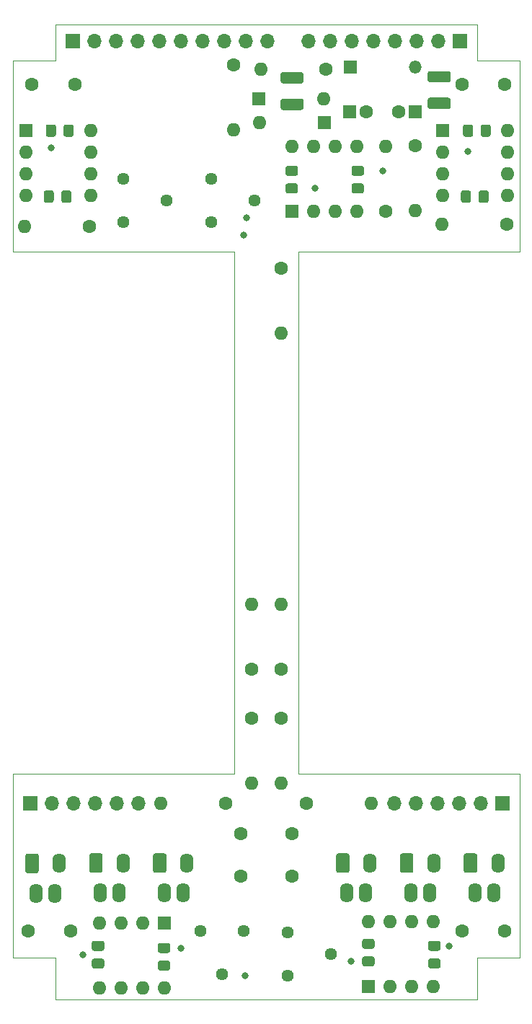
<source format=gbr>
%TF.GenerationSoftware,KiCad,Pcbnew,(5.1.7)-1*%
%TF.CreationDate,2021-10-21T20:27:42-07:00*%
%TF.ProjectId,AnalogBoard_Rev2,416e616c-6f67-4426-9f61-72645f526576,rev?*%
%TF.SameCoordinates,Original*%
%TF.FileFunction,Soldermask,Bot*%
%TF.FilePolarity,Negative*%
%FSLAX46Y46*%
G04 Gerber Fmt 4.6, Leading zero omitted, Abs format (unit mm)*
G04 Created by KiCad (PCBNEW (5.1.7)-1) date 2021-10-21 20:27:42*
%MOMM*%
%LPD*%
G01*
G04 APERTURE LIST*
%TA.AperFunction,Profile*%
%ADD10C,0.050000*%
%TD*%
%ADD11C,1.440000*%
%ADD12O,1.700000X1.700000*%
%ADD13R,1.700000X1.700000*%
%ADD14O,1.570000X2.290000*%
%ADD15O,1.600000X1.600000*%
%ADD16R,1.600000X1.600000*%
%ADD17C,1.600000*%
%ADD18O,1.500000X1.500000*%
%ADD19R,1.500000X1.500000*%
%ADD20C,0.800000*%
G04 APERTURE END LIST*
D10*
X143250000Y-148100000D02*
X148250000Y-148100000D01*
X143250000Y-153000000D02*
X143250000Y-148100000D01*
X93750000Y-148100000D02*
X88750000Y-148100000D01*
X93750000Y-153000000D02*
X93750000Y-148100000D01*
X143250000Y-42750000D02*
X143250000Y-38500000D01*
X148250000Y-42750000D02*
X143250000Y-42750000D01*
X93750000Y-42750000D02*
X93750000Y-38500000D01*
X88750000Y-42750000D02*
X93750000Y-42750000D01*
X148250000Y-148100000D02*
X148250000Y-126500000D01*
X88750000Y-148100000D02*
X88750000Y-126500000D01*
X122250000Y-126500000D02*
X148250000Y-126500000D01*
X122250000Y-65250000D02*
X148250000Y-65250000D01*
X88750000Y-126500000D02*
X114750000Y-126500000D01*
X88750000Y-65250000D02*
X114750000Y-65250000D01*
X114750000Y-126500000D02*
X114750000Y-65250000D01*
X122250000Y-126500000D02*
X122250000Y-65250000D01*
X148250000Y-42750000D02*
X148250000Y-65250000D01*
X88750000Y-65250000D02*
X88750000Y-42750000D01*
X143250000Y-153000000D02*
X93750000Y-153000000D01*
X93750000Y-38500000D02*
X143250000Y-38500000D01*
D11*
%TO.C,RV4*%
X112014000Y-61722000D03*
X117094000Y-59182000D03*
X112014000Y-56642000D03*
%TD*%
%TO.C,RV3*%
X101727000Y-61722000D03*
X106807000Y-59182000D03*
X101727000Y-56642000D03*
%TD*%
%TO.C,RV2*%
X121000000Y-150250000D03*
X126080000Y-147710000D03*
X121000000Y-145170000D03*
%TD*%
%TO.C,RV1*%
X110750000Y-145000000D03*
X113290000Y-150080000D03*
X115830000Y-145000000D03*
%TD*%
D12*
%TO.C,J4*%
X123470000Y-40500000D03*
X126010000Y-40500000D03*
X128550000Y-40500000D03*
X131090000Y-40500000D03*
X133630000Y-40500000D03*
X136170000Y-40500000D03*
X138710000Y-40500000D03*
D13*
X141250000Y-40500000D03*
%TD*%
%TO.C,C20*%
G36*
G01*
X139911001Y-45328000D02*
X137710999Y-45328000D01*
G75*
G02*
X137461000Y-45078001I0J249999D01*
G01*
X137461000Y-44252999D01*
G75*
G02*
X137710999Y-44003000I249999J0D01*
G01*
X139911001Y-44003000D01*
G75*
G02*
X140161000Y-44252999I0J-249999D01*
G01*
X140161000Y-45078001D01*
G75*
G02*
X139911001Y-45328000I-249999J0D01*
G01*
G37*
G36*
G01*
X139911001Y-48453000D02*
X137710999Y-48453000D01*
G75*
G02*
X137461000Y-48203001I0J249999D01*
G01*
X137461000Y-47377999D01*
G75*
G02*
X137710999Y-47128000I249999J0D01*
G01*
X139911001Y-47128000D01*
G75*
G02*
X140161000Y-47377999I0J-249999D01*
G01*
X140161000Y-48203001D01*
G75*
G02*
X139911001Y-48453000I-249999J0D01*
G01*
G37*
%TD*%
%TO.C,C19*%
G36*
G01*
X122639001Y-45455000D02*
X120438999Y-45455000D01*
G75*
G02*
X120189000Y-45205001I0J249999D01*
G01*
X120189000Y-44379999D01*
G75*
G02*
X120438999Y-44130000I249999J0D01*
G01*
X122639001Y-44130000D01*
G75*
G02*
X122889000Y-44379999I0J-249999D01*
G01*
X122889000Y-45205001D01*
G75*
G02*
X122639001Y-45455000I-249999J0D01*
G01*
G37*
G36*
G01*
X122639001Y-48580000D02*
X120438999Y-48580000D01*
G75*
G02*
X120189000Y-48330001I0J249999D01*
G01*
X120189000Y-47504999D01*
G75*
G02*
X120438999Y-47255000I249999J0D01*
G01*
X122639001Y-47255000D01*
G75*
G02*
X122889000Y-47504999I0J-249999D01*
G01*
X122889000Y-48330001D01*
G75*
G02*
X122639001Y-48580000I-249999J0D01*
G01*
G37*
%TD*%
D12*
%TO.C,J3*%
X133550000Y-130000000D03*
X136090000Y-130000000D03*
X138630000Y-130000000D03*
X141170000Y-130000000D03*
X143710000Y-130000000D03*
D13*
X146250000Y-130000000D03*
%TD*%
D12*
%TO.C,J2*%
X118610000Y-40500000D03*
X116070000Y-40500000D03*
X113530000Y-40500000D03*
X110990000Y-40500000D03*
X108450000Y-40500000D03*
X105910000Y-40500000D03*
X103370000Y-40500000D03*
X100830000Y-40500000D03*
X98290000Y-40500000D03*
D13*
X95750000Y-40500000D03*
%TD*%
D12*
%TO.C,J1*%
X103450000Y-130000000D03*
X100910000Y-130000000D03*
X98370000Y-130000000D03*
X95830000Y-130000000D03*
X93290000Y-130000000D03*
D13*
X90750000Y-130000000D03*
%TD*%
%TO.C,U9*%
G36*
G01*
X134464630Y-135855000D02*
X135535370Y-135855000D01*
G75*
G02*
X135785000Y-136104630I0J-249630D01*
G01*
X135785000Y-137895370D01*
G75*
G02*
X135535370Y-138145000I-249630J0D01*
G01*
X134464630Y-138145000D01*
G75*
G02*
X134215000Y-137895370I0J249630D01*
G01*
X134215000Y-136104630D01*
G75*
G02*
X134464630Y-135855000I249630J0D01*
G01*
G37*
D14*
X138200000Y-137000000D03*
X137700000Y-140500000D03*
X135500000Y-140500000D03*
%TD*%
%TO.C,U8*%
G36*
G01*
X141964630Y-135855000D02*
X143035370Y-135855000D01*
G75*
G02*
X143285000Y-136104630I0J-249630D01*
G01*
X143285000Y-137895370D01*
G75*
G02*
X143035370Y-138145000I-249630J0D01*
G01*
X141964630Y-138145000D01*
G75*
G02*
X141715000Y-137895370I0J249630D01*
G01*
X141715000Y-136104630D01*
G75*
G02*
X141964630Y-135855000I249630J0D01*
G01*
G37*
X145700000Y-137000000D03*
X145200000Y-140500000D03*
X143000000Y-140500000D03*
%TD*%
%TO.C,U7*%
G36*
G01*
X97964630Y-135855000D02*
X99035370Y-135855000D01*
G75*
G02*
X99285000Y-136104630I0J-249630D01*
G01*
X99285000Y-137895370D01*
G75*
G02*
X99035370Y-138145000I-249630J0D01*
G01*
X97964630Y-138145000D01*
G75*
G02*
X97715000Y-137895370I0J249630D01*
G01*
X97715000Y-136104630D01*
G75*
G02*
X97964630Y-135855000I249630J0D01*
G01*
G37*
X101700000Y-137000000D03*
X101200000Y-140500000D03*
X99000000Y-140500000D03*
%TD*%
%TO.C,U6*%
G36*
G01*
X90464630Y-135888000D02*
X91535370Y-135888000D01*
G75*
G02*
X91785000Y-136137630I0J-249630D01*
G01*
X91785000Y-137928370D01*
G75*
G02*
X91535370Y-138178000I-249630J0D01*
G01*
X90464630Y-138178000D01*
G75*
G02*
X90215000Y-137928370I0J249630D01*
G01*
X90215000Y-136137630D01*
G75*
G02*
X90464630Y-135888000I249630J0D01*
G01*
G37*
X94200000Y-137033000D03*
X93700000Y-140533000D03*
X91500000Y-140533000D03*
%TD*%
%TO.C,U13*%
G36*
G01*
X126964630Y-135855000D02*
X128035370Y-135855000D01*
G75*
G02*
X128285000Y-136104630I0J-249630D01*
G01*
X128285000Y-137895370D01*
G75*
G02*
X128035370Y-138145000I-249630J0D01*
G01*
X126964630Y-138145000D01*
G75*
G02*
X126715000Y-137895370I0J249630D01*
G01*
X126715000Y-136104630D01*
G75*
G02*
X126964630Y-135855000I249630J0D01*
G01*
G37*
X130700000Y-137000000D03*
X130200000Y-140500000D03*
X128000000Y-140500000D03*
%TD*%
%TO.C,U12*%
G36*
G01*
X105464630Y-135855000D02*
X106535370Y-135855000D01*
G75*
G02*
X106785000Y-136104630I0J-249630D01*
G01*
X106785000Y-137895370D01*
G75*
G02*
X106535370Y-138145000I-249630J0D01*
G01*
X105464630Y-138145000D01*
G75*
G02*
X105215000Y-137895370I0J249630D01*
G01*
X105215000Y-136104630D01*
G75*
G02*
X105464630Y-135855000I249630J0D01*
G01*
G37*
X109200000Y-137000000D03*
X108700000Y-140500000D03*
X106500000Y-140500000D03*
%TD*%
D15*
%TO.C,U5*%
X121500000Y-52880000D03*
X129120000Y-60500000D03*
X124040000Y-52880000D03*
X126580000Y-60500000D03*
X126580000Y-52880000D03*
X124040000Y-60500000D03*
X129120000Y-52880000D03*
D16*
X121500000Y-60500000D03*
%TD*%
D15*
%TO.C,U4*%
X130500000Y-143880000D03*
X138120000Y-151500000D03*
X133040000Y-143880000D03*
X135580000Y-151500000D03*
X135580000Y-143880000D03*
X133040000Y-151500000D03*
X138120000Y-143880000D03*
D16*
X130500000Y-151500000D03*
%TD*%
D15*
%TO.C,U3*%
X106500000Y-151620000D03*
X98880000Y-144000000D03*
X103960000Y-151620000D03*
X101420000Y-144000000D03*
X101420000Y-151620000D03*
X103960000Y-144000000D03*
X98880000Y-151620000D03*
D16*
X106500000Y-144000000D03*
%TD*%
D15*
%TO.C,U2*%
X146870000Y-51000000D03*
X139250000Y-58620000D03*
X146870000Y-53540000D03*
X139250000Y-56080000D03*
X146870000Y-56080000D03*
X139250000Y-53540000D03*
X146870000Y-58620000D03*
D16*
X139250000Y-51000000D03*
%TD*%
D15*
%TO.C,U1*%
X97870000Y-51000000D03*
X90250000Y-58620000D03*
X97870000Y-53540000D03*
X90250000Y-56080000D03*
X97870000Y-56080000D03*
X90250000Y-53540000D03*
X97870000Y-58620000D03*
D16*
X90250000Y-51000000D03*
%TD*%
D15*
%TO.C,R13*%
X120250000Y-106630000D03*
D17*
X120250000Y-114250000D03*
%TD*%
D15*
%TO.C,R12*%
X116750000Y-106630000D03*
D17*
X116750000Y-114250000D03*
%TD*%
D15*
%TO.C,R11*%
X117856000Y-43815000D03*
D17*
X125476000Y-43815000D03*
%TD*%
D15*
%TO.C,R10*%
X136000000Y-60370000D03*
D17*
X136000000Y-52750000D03*
%TD*%
D15*
%TO.C,R9*%
X132500000Y-52880000D03*
D17*
X132500000Y-60500000D03*
%TD*%
D15*
%TO.C,R8*%
X114681000Y-50927000D03*
D17*
X114681000Y-43307000D03*
%TD*%
D15*
%TO.C,R7*%
X120250000Y-127620000D03*
D17*
X120250000Y-120000000D03*
%TD*%
D15*
%TO.C,R6*%
X116750000Y-127620000D03*
D17*
X116750000Y-120000000D03*
%TD*%
D15*
%TO.C,R5*%
X120250000Y-74803000D03*
D17*
X120250000Y-67183000D03*
%TD*%
D15*
%TO.C,R4*%
X130870000Y-130000000D03*
D17*
X123250000Y-130000000D03*
%TD*%
D15*
%TO.C,R3*%
X106130000Y-130000000D03*
D17*
X113750000Y-130000000D03*
%TD*%
D15*
%TO.C,R2*%
X139130000Y-62000000D03*
D17*
X146750000Y-62000000D03*
%TD*%
D15*
%TO.C,R1*%
X90130000Y-62250000D03*
D17*
X97750000Y-62250000D03*
%TD*%
D18*
%TO.C,D4*%
X136017000Y-43561000D03*
D19*
X128397000Y-43561000D03*
%TD*%
D15*
%TO.C,D3*%
X117729000Y-50038000D03*
D16*
X125349000Y-50038000D03*
%TD*%
D15*
%TO.C,D2*%
X125222000Y-47244000D03*
D16*
X117602000Y-47244000D03*
%TD*%
%TO.C,C18*%
G36*
G01*
X128775000Y-57200000D02*
X129725000Y-57200000D01*
G75*
G02*
X129975000Y-57450000I0J-250000D01*
G01*
X129975000Y-58125000D01*
G75*
G02*
X129725000Y-58375000I-250000J0D01*
G01*
X128775000Y-58375000D01*
G75*
G02*
X128525000Y-58125000I0J250000D01*
G01*
X128525000Y-57450000D01*
G75*
G02*
X128775000Y-57200000I250000J0D01*
G01*
G37*
G36*
G01*
X128775000Y-55125000D02*
X129725000Y-55125000D01*
G75*
G02*
X129975000Y-55375000I0J-250000D01*
G01*
X129975000Y-56050000D01*
G75*
G02*
X129725000Y-56300000I-250000J0D01*
G01*
X128775000Y-56300000D01*
G75*
G02*
X128525000Y-56050000I0J250000D01*
G01*
X128525000Y-55375000D01*
G75*
G02*
X128775000Y-55125000I250000J0D01*
G01*
G37*
%TD*%
%TO.C,C17*%
G36*
G01*
X121025000Y-57200000D02*
X121975000Y-57200000D01*
G75*
G02*
X122225000Y-57450000I0J-250000D01*
G01*
X122225000Y-58125000D01*
G75*
G02*
X121975000Y-58375000I-250000J0D01*
G01*
X121025000Y-58375000D01*
G75*
G02*
X120775000Y-58125000I0J250000D01*
G01*
X120775000Y-57450000D01*
G75*
G02*
X121025000Y-57200000I250000J0D01*
G01*
G37*
G36*
G01*
X121025000Y-55125000D02*
X121975000Y-55125000D01*
G75*
G02*
X122225000Y-55375000I0J-250000D01*
G01*
X122225000Y-56050000D01*
G75*
G02*
X121975000Y-56300000I-250000J0D01*
G01*
X121025000Y-56300000D01*
G75*
G02*
X120775000Y-56050000I0J250000D01*
G01*
X120775000Y-55375000D01*
G75*
G02*
X121025000Y-55125000I250000J0D01*
G01*
G37*
%TD*%
%TO.C,C16*%
G36*
G01*
X137775000Y-148200000D02*
X138725000Y-148200000D01*
G75*
G02*
X138975000Y-148450000I0J-250000D01*
G01*
X138975000Y-149125000D01*
G75*
G02*
X138725000Y-149375000I-250000J0D01*
G01*
X137775000Y-149375000D01*
G75*
G02*
X137525000Y-149125000I0J250000D01*
G01*
X137525000Y-148450000D01*
G75*
G02*
X137775000Y-148200000I250000J0D01*
G01*
G37*
G36*
G01*
X137775000Y-146125000D02*
X138725000Y-146125000D01*
G75*
G02*
X138975000Y-146375000I0J-250000D01*
G01*
X138975000Y-147050000D01*
G75*
G02*
X138725000Y-147300000I-250000J0D01*
G01*
X137775000Y-147300000D01*
G75*
G02*
X137525000Y-147050000I0J250000D01*
G01*
X137525000Y-146375000D01*
G75*
G02*
X137775000Y-146125000I250000J0D01*
G01*
G37*
%TD*%
%TO.C,C15*%
G36*
G01*
X130025000Y-147950000D02*
X130975000Y-147950000D01*
G75*
G02*
X131225000Y-148200000I0J-250000D01*
G01*
X131225000Y-148875000D01*
G75*
G02*
X130975000Y-149125000I-250000J0D01*
G01*
X130025000Y-149125000D01*
G75*
G02*
X129775000Y-148875000I0J250000D01*
G01*
X129775000Y-148200000D01*
G75*
G02*
X130025000Y-147950000I250000J0D01*
G01*
G37*
G36*
G01*
X130025000Y-145875000D02*
X130975000Y-145875000D01*
G75*
G02*
X131225000Y-146125000I0J-250000D01*
G01*
X131225000Y-146800000D01*
G75*
G02*
X130975000Y-147050000I-250000J0D01*
G01*
X130025000Y-147050000D01*
G75*
G02*
X129775000Y-146800000I0J250000D01*
G01*
X129775000Y-146125000D01*
G75*
G02*
X130025000Y-145875000I250000J0D01*
G01*
G37*
%TD*%
%TO.C,C14*%
G36*
G01*
X99225000Y-147300000D02*
X98275000Y-147300000D01*
G75*
G02*
X98025000Y-147050000I0J250000D01*
G01*
X98025000Y-146375000D01*
G75*
G02*
X98275000Y-146125000I250000J0D01*
G01*
X99225000Y-146125000D01*
G75*
G02*
X99475000Y-146375000I0J-250000D01*
G01*
X99475000Y-147050000D01*
G75*
G02*
X99225000Y-147300000I-250000J0D01*
G01*
G37*
G36*
G01*
X99225000Y-149375000D02*
X98275000Y-149375000D01*
G75*
G02*
X98025000Y-149125000I0J250000D01*
G01*
X98025000Y-148450000D01*
G75*
G02*
X98275000Y-148200000I250000J0D01*
G01*
X99225000Y-148200000D01*
G75*
G02*
X99475000Y-148450000I0J-250000D01*
G01*
X99475000Y-149125000D01*
G75*
G02*
X99225000Y-149375000I-250000J0D01*
G01*
G37*
%TD*%
%TO.C,C13*%
G36*
G01*
X106975000Y-147550000D02*
X106025000Y-147550000D01*
G75*
G02*
X105775000Y-147300000I0J250000D01*
G01*
X105775000Y-146625000D01*
G75*
G02*
X106025000Y-146375000I250000J0D01*
G01*
X106975000Y-146375000D01*
G75*
G02*
X107225000Y-146625000I0J-250000D01*
G01*
X107225000Y-147300000D01*
G75*
G02*
X106975000Y-147550000I-250000J0D01*
G01*
G37*
G36*
G01*
X106975000Y-149625000D02*
X106025000Y-149625000D01*
G75*
G02*
X105775000Y-149375000I0J250000D01*
G01*
X105775000Y-148700000D01*
G75*
G02*
X106025000Y-148450000I250000J0D01*
G01*
X106975000Y-148450000D01*
G75*
G02*
X107225000Y-148700000I0J-250000D01*
G01*
X107225000Y-149375000D01*
G75*
G02*
X106975000Y-149625000I-250000J0D01*
G01*
G37*
%TD*%
%TO.C,C12*%
G36*
G01*
X142550000Y-58275000D02*
X142550000Y-59225000D01*
G75*
G02*
X142300000Y-59475000I-250000J0D01*
G01*
X141625000Y-59475000D01*
G75*
G02*
X141375000Y-59225000I0J250000D01*
G01*
X141375000Y-58275000D01*
G75*
G02*
X141625000Y-58025000I250000J0D01*
G01*
X142300000Y-58025000D01*
G75*
G02*
X142550000Y-58275000I0J-250000D01*
G01*
G37*
G36*
G01*
X144625000Y-58275000D02*
X144625000Y-59225000D01*
G75*
G02*
X144375000Y-59475000I-250000J0D01*
G01*
X143700000Y-59475000D01*
G75*
G02*
X143450000Y-59225000I0J250000D01*
G01*
X143450000Y-58275000D01*
G75*
G02*
X143700000Y-58025000I250000J0D01*
G01*
X144375000Y-58025000D01*
G75*
G02*
X144625000Y-58275000I0J-250000D01*
G01*
G37*
%TD*%
D17*
%TO.C,C11*%
X130270000Y-48768000D03*
D16*
X128270000Y-48768000D03*
%TD*%
D17*
%TO.C,C10*%
X134017000Y-48768000D03*
D16*
X136017000Y-48768000D03*
%TD*%
%TO.C,C9*%
G36*
G01*
X142800000Y-50525000D02*
X142800000Y-51475000D01*
G75*
G02*
X142550000Y-51725000I-250000J0D01*
G01*
X141875000Y-51725000D01*
G75*
G02*
X141625000Y-51475000I0J250000D01*
G01*
X141625000Y-50525000D01*
G75*
G02*
X141875000Y-50275000I250000J0D01*
G01*
X142550000Y-50275000D01*
G75*
G02*
X142800000Y-50525000I0J-250000D01*
G01*
G37*
G36*
G01*
X144875000Y-50525000D02*
X144875000Y-51475000D01*
G75*
G02*
X144625000Y-51725000I-250000J0D01*
G01*
X143950000Y-51725000D01*
G75*
G02*
X143700000Y-51475000I0J250000D01*
G01*
X143700000Y-50525000D01*
G75*
G02*
X143950000Y-50275000I250000J0D01*
G01*
X144625000Y-50275000D01*
G75*
G02*
X144875000Y-50525000I0J-250000D01*
G01*
G37*
%TD*%
D17*
%TO.C,C8*%
X141500000Y-145000000D03*
X146500000Y-145000000D03*
%TD*%
%TO.C,C7*%
X95500000Y-145000000D03*
X90500000Y-145000000D03*
%TD*%
%TO.C,C6*%
G36*
G01*
X93550000Y-58275000D02*
X93550000Y-59225000D01*
G75*
G02*
X93300000Y-59475000I-250000J0D01*
G01*
X92625000Y-59475000D01*
G75*
G02*
X92375000Y-59225000I0J250000D01*
G01*
X92375000Y-58275000D01*
G75*
G02*
X92625000Y-58025000I250000J0D01*
G01*
X93300000Y-58025000D01*
G75*
G02*
X93550000Y-58275000I0J-250000D01*
G01*
G37*
G36*
G01*
X95625000Y-58275000D02*
X95625000Y-59225000D01*
G75*
G02*
X95375000Y-59475000I-250000J0D01*
G01*
X94700000Y-59475000D01*
G75*
G02*
X94450000Y-59225000I0J250000D01*
G01*
X94450000Y-58275000D01*
G75*
G02*
X94700000Y-58025000I250000J0D01*
G01*
X95375000Y-58025000D01*
G75*
G02*
X95625000Y-58275000I0J-250000D01*
G01*
G37*
%TD*%
%TO.C,C5*%
X121500000Y-138500000D03*
X121500000Y-133500000D03*
%TD*%
%TO.C,C4*%
X115500000Y-133500000D03*
X115500000Y-138500000D03*
%TD*%
%TO.C,C3*%
G36*
G01*
X93800000Y-50525000D02*
X93800000Y-51475000D01*
G75*
G02*
X93550000Y-51725000I-250000J0D01*
G01*
X92875000Y-51725000D01*
G75*
G02*
X92625000Y-51475000I0J250000D01*
G01*
X92625000Y-50525000D01*
G75*
G02*
X92875000Y-50275000I250000J0D01*
G01*
X93550000Y-50275000D01*
G75*
G02*
X93800000Y-50525000I0J-250000D01*
G01*
G37*
G36*
G01*
X95875000Y-50525000D02*
X95875000Y-51475000D01*
G75*
G02*
X95625000Y-51725000I-250000J0D01*
G01*
X94950000Y-51725000D01*
G75*
G02*
X94700000Y-51475000I0J250000D01*
G01*
X94700000Y-50525000D01*
G75*
G02*
X94950000Y-50275000I250000J0D01*
G01*
X95625000Y-50275000D01*
G75*
G02*
X95875000Y-50525000I0J-250000D01*
G01*
G37*
%TD*%
%TO.C,C2*%
X146500000Y-45600000D03*
X141500000Y-45600000D03*
%TD*%
%TO.C,C1*%
X91000000Y-45600000D03*
X96000000Y-45600000D03*
%TD*%
D20*
X108500000Y-147000000D03*
X97000000Y-147750000D03*
X128500000Y-148500000D03*
X140000000Y-146750000D03*
X142212500Y-53462500D03*
X132212500Y-55712500D03*
X124212500Y-57787500D03*
X93250000Y-53000000D03*
X116205000Y-61214000D03*
X115824000Y-63246000D03*
X116000002Y-150250000D03*
M02*

</source>
